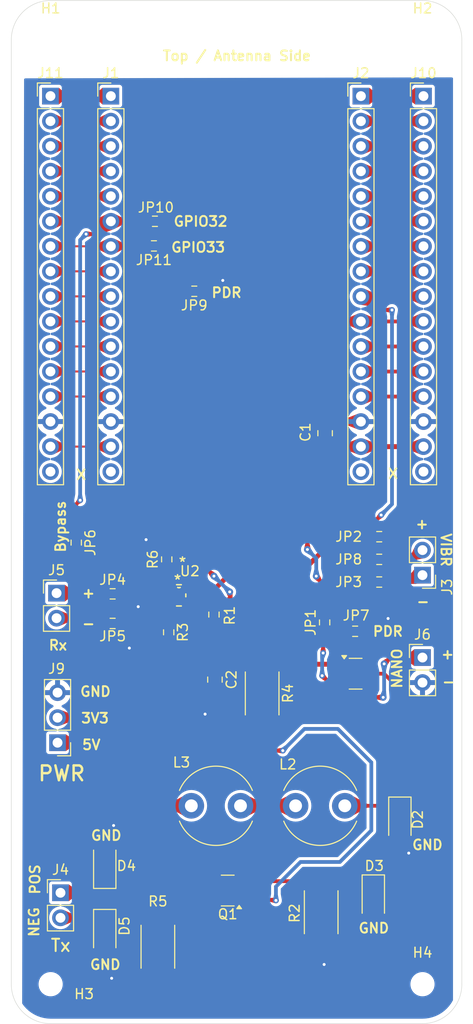
<source format=kicad_pcb>
(kicad_pcb (version 20240108) (generator "pcbnew") (generator_version "8.0")
  (layers (0 "F.Cu" signal) (31 "B.Cu" power) (34 "B.Paste" user) (35 "F.Paste" user) (36 "B.SilkS" user "B.Silkscreen") (37 "F.SilkS" user "F.Silkscreen") (38 "B.Mask" user) (39 "F.Mask" user) (44 "Edge.Cuts" user))
  (net 0 "")
  (net 1 "GND")
  (net 2 "Net-(D2-K)")
  (net 3 "Net-(D3-K)")
  (net 4 "Net-(L2-Pad2)")
  (net 5 "Net-(Q1-C)")
  (net 6 "Pulse")
  (net 7 "/3V3")
  (net 8 "TX_COIL_POS")
  (net 9 "TX_COIL_NEG")
  (net 10 "/D35")
  (net 11 "/D26")
  (net 13 "/D33")
  (net 14 "/VIN")
  (net 15 "/D32")
  (net 16 "/D25")
  (net 17 "/VN")
  (net 18 "/D27")
  (net 19 "/D34")
  (net 20 "/EN")
  (net 21 "/D12")
  (net 22 "/D14")
  (net 23 "/VP")
  (net 24 "/D13")
  (net 25 "/D22")
  (net 27 "/RX0")
  (net 28 "/D5")
  (net 29 "/D15")
  (net 30 "/TX2")
  (net 31 "/D4")
  (net 32 "/D19")
  (net 33 "/D18")
  (net 34 "/RX2")
  (net 35 "/D21")
  (net 36 "/D2")
  (net 37 "/TX0")
  (net 38 "/D23")
  (net 39 "/Vibr_sig")
  (net 40 "/Vibr_gnd")
  (net 41 "/Rx_sig")
  (net 42 "/Rx_gnd")
  (net 45 "/Rx_sig_to_opamp")
  (net 46 "Net-(U2-1IN-)")
  (net 47 "/5V")
  (net 48 "/OP_OUT")
  (footprint "Inductor_THT:L_Radial_D7.8mm_P5.00mm_Fastron_07HCP" (layer "F.Cu") (at 102.3 121.6 180)
    (property "Reference" "L2")
    (property "Value" "5.6mH")
  )
  (footprint "MountingHole:MountingHole_2.2mm_M2" (layer "F.Cu") (at 110.2 43.9)
    (property "Reference" "H2")
    (property "Value" "MountingHole")
  )
  (footprint "Diode_SMD:D_1206_3216Metric" (layer "F.Cu") (at 105.2 130.9 -90)
    (property "Reference" "D3")
    (property "Value" "D" (hide yes))
  )
  (footprint "MountingHole:MountingHole_2.2mm_M2" (layer "F.Cu") (at 110.2 139.7)
    (property "Reference" "H4")
    (property "Value" "MountingHole")
  )
  (footprint "Resistor_SMD:R_0603_1608Metric_Pad0.98x0.95mm_HandSolder" (layer "F.Cu") (at 75 94.9 -90)
    (property "Reference" "JP6")
    (property "Value" "Jumper_2_Bridged")
  )
  (footprint "Resistor_SMD:R_0603_1608Metric_Pad0.98x0.95mm_HandSolder" (layer "F.Cu") (at 84.2 96.6 90)
    (property "Reference" "R6")
    (property "Value" "10k")
  )
  (footprint "Resistor_SMD:R_0603_1608Metric_Pad0.98x0.95mm_HandSolder" (layer "F.Cu") (at 83 62.3 180)
    (property "Reference" "JP10")
    (property "Value" "Jumper_2_Bridged")
  )
  (footprint "MountingHole:MountingHole_2.2mm_M2" (layer "F.Cu") (at 72.4 43.9)
    (property "Reference" "H1")
    (property "Value" "MountingHole")
  )
  (footprint "Capacitor_SMD:C_0805_2012Metric_Pad1.18x1.45mm_HandSolder" (layer "F.Cu") (at 100.3 83.8 -90)
    (property "Reference" "C1")
    (property "Value" "10u")
  )
  (footprint "Resistor_SMD:R_0603_1608Metric_Pad0.98x0.95mm_HandSolder" (layer "F.Cu") (at 103.351979 103.89535 180)
    (property "Reference" "JP7")
    (property "Value" "Jumper_2_Bridged")
  )
  (footprint "Resistor_SMD:R_0603_1608Metric_Pad0.98x0.95mm_HandSolder" (layer "F.Cu") (at 87 69.4 180)
    (property "Reference" "JP9")
    (property "Value" "Jumper_2_Bridged")
  )
  (footprint "Connector_PinHeader_2.54mm:PinHeader_1x16_P2.54mm_Vertical" (layer "F.Cu") (at 110.3 49.6)
    (property "Reference" "J10")
    (property "Value" "Conn_01x16")
  )
  (footprint "Resistor_SMD:R_2512_6332Metric" (layer "F.Cu") (at 83.3 135.9 -90)
    (property "Reference" "R5")
    (property "Value" "5" (hide yes))
  )
  (footprint "Package_TO_SOT_SMD:SOT-23" (layer "F.Cu") (at 103.4 108.2)
    (property "Reference" "Q2" (hide yes))
    (property "Value" "PMOS")
  )
  (footprint "Resistor_SMD:R_0603_1608Metric_Pad0.98x0.95mm_HandSolder" (layer "F.Cu") (at 84.4 104 -90)
    (property "Reference" "R3")
    (property "Value" "1k")
  )
  (footprint "Package_TO_SOT_SMD:SOT-23" (layer "F.Cu") (at 90.4 130.2 180)
    (property "Reference" "Q1")
    (property "Value" "NPN")
  )
  (footprint "Connector_PinHeader_2.54mm:PinHeader_1x16_P2.54mm_Vertical" (layer "F.Cu") (at 78.520577 49.602958)
    (property "Reference" "J1")
    (property "Value" "Conn_01x16_Socket")
  )
  (footprint "Connector_PinHeader_2.54mm:PinHeader_1x03_P2.54mm_Vertical" (layer "F.Cu") (at 73.1 115.2 180)
    (property "Reference" "J9")
    (property "Value" "Conn_01x03")
  )
  (footprint "opamp_5pin:DCK5" (layer "F.Cu") (at 85.4414 100.250001)
    (property "Reference" "U2")
    (property "Value" "LMV321IDCKR")
  )
  (footprint "Diode_SMD:D_1206_3216Metric" (layer "F.Cu") (at 107.9 123 -90)
    (property "Reference" "D2")
    (property "Value" "D" (hide yes))
  )
  (footprint "Diode_SMD:D_1206_3216Metric" (layer "F.Cu") (at 77.9 127.7 90)
    (property "Reference" "D4")
    (property "Value" "D" (hide yes))
  )
  (footprint "Connector_PinHeader_2.54mm:PinHeader_1x02_P2.54mm_Vertical" (layer "F.Cu") (at 73 100.025)
    (property "Reference" "J5")
    (property "Value" "Conn_01x02")
  )
  (footprint "Resistor_SMD:R_0603_1608Metric_Pad0.98x0.95mm_HandSolder" (layer "F.Cu") (at 105.8 96.6)
    (property "Reference" "JP8")
    (property "Value" "Jumper_2_Bridged")
  )
  (footprint "Connector_PinHeader_2.54mm:PinHeader_1x16_P2.54mm_Vertical" (layer "F.Cu") (at 72.38088 49.598597)
    (property "Reference" "J11")
    (property "Value" "Conn_01x16")
  )
  (footprint "Diode_SMD:D_1206_3216Metric" (layer "F.Cu") (at 77.9 134.4 -90)
    (property "Reference" "D5")
    (property "Value" "D" (hide yes))
  )
  (footprint "Resistor_SMD:R_0603_1608Metric_Pad0.98x0.95mm_HandSolder" (layer "F.Cu") (at 100.251979 102.99535 90)
    (property "Reference" "JP1")
    (property "Value" "Jumper_2_Bridged")
  )
  (footprint "MountingHole:MountingHole_2.2mm_M2" (layer "F.Cu") (at 72.4 139.7)
    (property "Reference" "H3")
    (property "Value" "MountingHole")
  )
  (footprint "Resistor_SMD:R_0603_1608Metric_Pad0.98x0.95mm_HandSolder" (layer "F.Cu") (at 105.8 98.9 180)
    (property "Reference" "JP3")
    (property "Value" "Jumper_2_Bridged")
  )
  (footprint "Resistor_SMD:R_0603_1608Metric_Pad0.98x0.95mm_HandSolder" (layer "F.Cu") (at 78.7 100.1)
    (property "Reference" "JP4")
    (property "Value" "Jumper_2_Bridged")
  )
  (footprint "Connector_PinHeader_2.54mm:PinHeader_1x16_P2.54mm_Vertical" (layer "F.Cu") (at 103.939978 49.602958)
    (property "Reference" "J2")
    (property "Value" "Conn_01x16_Socket")
  )
  (footprint "Connector_PinHeader_2.54mm:PinHeader_1x02_P2.54mm_Vertical" (layer "F.Cu") (at 110.2 98.2 180)
    (property "Reference" "J3")
    (property "Value" "Conn_01x02")
  )
  (footprint "Resistor_SMD:R_0603_1608Metric_Pad0.98x0.95mm_HandSolder" (layer "F.Cu") (at 78.7 103.1 180)
    (property "Reference" "JP5")
    (property "Value" "Jumper_2_Bridged")
  )
  (footprint "Inductor_THT:L_Radial_D7.8mm_P5.00mm_Fastron_07HCP" (layer "F.Cu") (at 91.7 121.6 180)
    (property "Reference" "L3")
    (property "Value" "5.6mH")
  )
  (footprint "Resistor_SMD:R_0603_1608Metric_Pad0.98x0.95mm_HandSolder" (layer "F.Cu") (at 89 102.2 -90)
    (property "Reference" "R1")
    (property "Value" "20k")
  )
  (footprint "Resistor_SMD:R_0603_1608Metric_Pad0.98x0.95mm_HandSolder" (layer "F.Cu") (at 82.9 64.8 180)
    (property "Reference" "JP11")
    (property "Value" "Jumper_2_Bridged")
  )
  (footprint "Connector_PinHeader_2.54mm:PinHeader_1x02_P2.54mm_Vertical" (layer "F.Cu") (at 73.4 130.425)
    (property "Reference" "J4")
    (property "Value" "Conn_01x02")
  )
  (footprint "Resistor_SMD:R_2512_6332Metric" (layer "F.Cu") (at 93.9 110.2 -90)
    (property "Reference" "R4")
    (property "Value" "5")
  )
  (footprint "Resistor_SMD:R_2512_6332Metric" (layer "F.Cu") (at 99.9 132.4 -90)
    (property "Reference" "R2")
    (property "Value" "1.6k")
  )
  (footprint "Resistor_SMD:R_0603_1608Metric_Pad0.98x0.95mm_HandSolder" (layer "F.Cu") (at 105.8 94.3 180)
    (property "Reference" "JP2")
    (property "Value" "Jumper_2_Bridged")
  )
  (footprint "Connector_PinHeader_2.54mm:PinHeader_1x02_P2.54mm_Vertical" (layer "F.Cu") (at 110.2 106.56)
    (property "Reference" "J6")
    (property "Value" "Conn_01x02")
  )
  (footprint "Capacitor_SMD:C_0805_2012Metric_Pad1.18x1.45mm_HandSolder" (layer "F.Cu") (at 89.1 108.8 -90)
    (property "Reference" "C2")
    (property "Value" "10u")
  )
  (gr_line (start 68.4 139.7) (end 68.4 43.9) (stroke (width 0.05)) (layer "Edge.Cuts"))
  (gr_arc (start 68.4 43.9) (mid 69.571573 41.071573) (end 72.4 39.9) (stroke (width 0.05)) (layer "Edge.Cuts"))
  (gr_line (start 110.2 143.7) (end 72.4 143.7) (stroke (width 0.05)) (layer "Edge.Cuts"))
  (gr_arc (start 110.2 39.9) (mid 113.028427 41.071573) (end 114.2 43.9) (stroke (width 0.05)) (layer "Edge.Cuts"))
  (gr_line (start 114.2 43.9) (end 114.2 139.7) (stroke (width 0.05)) (layer "Edge.Cuts"))
  (gr_arc (start 72.4 143.7) (mid 69.571573 142.528427) (end 68.4 139.7) (stroke (width 0.05)) (layer "Edge.Cuts"))
  (gr_arc (start 114.2 139.7) (mid 113.028427 142.528427) (end 110.2 143.7) (stroke (width 0.05)) (layer "Edge.Cuts"))
  (gr_line (start 72.4 39.9) (end 110.2 39.9) (stroke (width 0.05)) (layer "Edge.Cuts"))
  (gr_text "GND\n" (at 76.3 138.3 0) (layer "F.SilkS") (effects (font (size 1 1) (thickness 0.2) (bold yes)) (justify left bottom)))
  (gr_text "-\n" (at 75.5 103.7 0) (layer "F.SilkS") (effects (font (size 1 1) (thickness 0.2) (bold yes)) (justify left bottom)))
  (gr_text "Tx" (at 72.3 136.5 0) (layer "F.SilkS") (effects (font (size 1.25 1.25) (thickness 0.2) (bold yes)) (justify left bottom)))
  (gr_text "GPIO33" (at 84.55 65.53 0) (layer "F.SilkS") (effects (font (size 1 1) (thickness 0.2) (bold yes)) (justify left bottom)))
  (gr_text "NEG" (at 71.3 135 90) (layer "F.SilkS") (effects (font (size 1 1) (thickness 0.2) (bold yes)) (justify left bottom)))
  (gr_text "GND\n" (at 103.6 134.6 0) (layer "F.SilkS") (effects (font (size 1 1) (thickness 0.2) (bold yes)) (justify left bottom)))
  (gr_text "-\n" (at 112.1 109.6 0) (layer "F.SilkS") (effects (font (size 1 1) (thickness 0.2) (bold yes)) (justify left bottom)))
  (gr_text "PDR" (at 105.051979 104.49535 0) (layer "F.SilkS") (effects (font (size 1 1) (thickness 0.2) (bold yes)) (justify left bottom)))
  (gr_text "GPIO32" (at 84.8 62.9 0) (layer "F.SilkS") (effects (font (size 1 1) (thickness 0.2) (bold yes)) (justify left bottom)))
  (gr_text "+\n" (at 75.5 100.6 0) (layer "F.SilkS") (effects (font (size 1 1) (thickness 0.2) (bold yes)) (justify left bottom)))
  (gr_text "VIBR" (at 112 93.85 270) (layer "F.SilkS") (effects (font (size 1 1) (thickness 0.2) (bold yes)) (justify left bottom)))
  (gr_text "PDR\n" (at 88.65 70.13 0) (layer "F.SilkS") (effects (font (size 1 1) (thickness 0.2) (bold yes)) (justify left bottom)))
  (gr_text "X" (at 106.6 88.5 0) (layer "F.SilkS") (effects (font (size 1 1) (thickness 0.2) (bold yes)) (justify left bottom)))
  (gr_text "GND\n" (at 109.047487 126.152513 0) (layer "F.SilkS") (effects (font (size 1 1) (thickness 0.2) (bold yes)) (justify left bottom)))
  (gr_text "Bypass\n" (at 74 96 90) (layer "F.SilkS") (effects (font (size 1 1) (thickness 0.2) (bold yes)) (justify left bottom)))
  (gr_text "X" (at 74.9 88.6 0) (layer "F.SilkS") (effects (font (size 1 1) (thickness 0.2) (bold yes)) (justify left bottom)))
  (gr_text "GND\n" (at 75.3 110.6 0) (layer "F.SilkS") (effects (font (size 1 1) (thickness 0.2) (bold yes)) (justify left bottom)))
  (gr_text "Rx" (at 72.1 105.9 0) (layer "F.SilkS") (effects (font (size 1 1) (thickness 0.2) (bold yes)) (justify left bottom)))
  (gr_text "Top / Antenna Side" (at 83.7 46.1 0) (layer "F.SilkS") (effects (font (size 1 1) (thickness 0.2) (bold yes)) (justify left bottom)))
  (gr_text "+" (at 110.9 92.56 180) (layer "F.SilkS") (effects (font (size 1 1) (thickness 0.2) (bold yes)) (justify left bottom)))
  (gr_text "GND\n" (at 76.4 125.2 0) (layer "F.SilkS") (effects (font (size 1 1) (thickness 0.2) (bold yes)) (justify left bottom)))
  (gr_text "-" (at 109.5 101.46 0) (layer "F.SilkS") (effects (font (size 1 1) (thickness 0.2) (bold yes)) (justify left bottom)))
  (gr_text "3V3" (at 75.4 113.3 0) (layer "F.SilkS") (effects (font (size 1 1) (thickness 0.2) (bold yes)) (justify left bottom)))
  (gr_text "+" (at 112 106.8 0) (layer "F.SilkS") (effects (font (size 1 1) (thickness 0.2) (bold yes)) (justify left bottom)))
  (gr_text "5V" (at 75.5 116 0) (layer "F.SilkS") (effects (font (size 1 1) (thickness 0.2) (bold yes)) (justify left bottom)))
  (gr_text "NANO" (at 108.2 109.8 90) (layer "F.SilkS") (effects (font (size 1 1) (thickness 0.2) (bold yes)) (justify left bottom)))
  (gr_text "POS" (at 71.4 130.7 90) (layer "F.SilkS") (effects (font (size 1 1) (thickness 0.2) (bold yes)) (justify left bottom)))
  (gr_text "PWR\n" (at 71 119.2 0) (layer "F.SilkS") (effects (font (size 1.5 1.5) (thickness 0.25) (bold yes)) (justify left bottom)))
  (segment (start 104.8875 96.6) (end 104.8875 98.9) (width 0.5) (layer "F.Cu") (net 1))
  (segment (start 84.4 104.9125) (end 81.425 104.9125) (width 0.5) (layer "F.Cu") (net 1))
  (segment (start 84.4 100.250001) (end 82.449999 100.250001) (width 0.381) (layer "F.Cu") (net 1))
  (segment (start 79.7625 138.8625) (end 78.8375 138.8625) (width 0.5) (layer "F.Cu") (net 1))
  (segment (start 82.449999 100.250001) (end 81.3 101.4) (width 0.381) (layer "F.Cu") (net 1))
  (segment (start 104.8875 98.9) (end 104.8875 100.7875) (width 0.5) (layer "F.Cu") (net 1))
  (segment (start 77.9 135.8) (end 77.9 137) (width 0.5) (layer "F.Cu") (net 1))
  (segment (start 87.9125 69.4) (end 88.8 69.4) (width 0.381) (layer "F.Cu") (net 1))
  (segment (start 107.9 125.5) (end 108.8 126.4) (width 0.5) (layer "F.Cu") (net 1))
  (segment (start 77.9 126.3) (end 77.9 124.5) (width 0.5) (layer "F.Cu") (net 1))
  (segment (start 105.40465 103.89535) (end 106.7 102.6) (width 0.5) (layer "F.Cu") (net 1))
  (segment (start 104.8875 100.7875) (end 106.7 102.6) (width 0.5) (layer "F.Cu") (net 1))
  (segment (start 78.517619 82.62) (end 78.520577 82.622958) (width 0.381) (layer "F.Cu") (net 1))
  (segment (start 80.7375 105.6) (end 80.4 105.6) (width 0.5) (layer "F.Cu") (net 1))
  (segment (start 99.9 137.4) (end 100.2 137.7) (width 0.5) (layer "F.Cu") (net 1))
  (segment (start 104.264479 103.89535) (end 105.40465 103.89535) (width 0.5) (layer "F.Cu") (net 1))
  (segment (start 107.9 124.4) (end 107.9 125.5) (width 0.5) (layer "F.Cu") (net 1))
  (segment (start 79.7625 138.8625) (end 83.3 138.8625) (width 0.5) (layer "F.Cu") (net 1))
  (segment (start 99.9 135.3625) (end 102.1375 135.3625) (width 0.5) (layer "F.Cu") (net 1))
  (segment (start 89.1 109.8375) (end 89.1 111.3) (width 0.5) (layer "F.Cu") (net 1))
  (segment (start 100.439542 82.622958) (end 100.3 82.7625) (width 0.5) (layer "F.Cu") (net 1))
  (segment (start 84.2 95.6875) (end 83.1875 95.6875) (width 0.5) (layer "F.Cu") (net 1))
  (segment (start 78.8375 138.8625) (end 78.6 139.1) (width 0.5) (layer "F.Cu") (net 1))
  (segment (start 81.425 104.9125) (end 79.6125 103.1) (width 0.5) (layer "F.Cu") (net 1))
  (segment (start 102.1375 135.3625) (end 105.2 132.3) (width 0.5) (layer "F.Cu") (net 1))
  (segment (start 88.8 69.4) (end 89.9 68.3) (width 0.381) (layer "F.Cu") (net 1))
  (segment (start 83.1875 95.6875) (end 82.1 94.6) (width 0.5) (layer "F.Cu") (net 1))
  (segment (start 103.939978 82.622958) (end 100.439542 82.622958) (width 0.5) (layer "F.Cu") (net 1))
  (segment (start 89.1 111.3) (end 88.1 112.3) (width 0.5) (layer "F.Cu") (net 1))
  (segment (start 77.9 124.5) (end 78.8 123.6) (width 0.5) (layer "F.Cu") (net 1))
  (segment (start 77.9 137) (end 79.7625 138.8625) (width 0.5) (layer "F.Cu") (net 1))
  (segment (start 81.425 104.9125) (end 80.7375 105.6) (width 0.5) (layer "F.Cu") (net 1))
  (segment (start 99.9 135.3625) (end 99.9 137.4) (width 0.5) (layer "F.Cu") (net 1))
  (via (at 78.6 139.1) (size 0.7) (drill 0.3) (layers "F.Cu" "B.Cu") (net 1))
  (via (at 100.2 137.7) (size 0.7) (drill 0.3) (layers "F.Cu" "B.Cu") (net 1))
  (via (at 82.1 94.6) (size 0.7) (drill 0.3) (layers "F.Cu" "B.Cu") (net 1))
  (via (at 106.7 102.6) (size 0.7) (drill 0.3) (layers "F.Cu" "B.Cu") (net 1))
  (via (at 81.3 101.4) (size 0.7) (drill 0.3) (layers "F.Cu" "B.Cu") (net 1))
  (via (at 89.9 68.3) (size 0.7) (drill 0.3) (layers "F.Cu" "B.Cu") (net 1))
  (via (at 80.4 105.6) (size 0.7) (drill 0.3) (layers "F.Cu" "B.Cu") (net 1))
  (via (at 88.1 112.3) (size 0.7) (drill 0.3) (layers "F.Cu" "B.Cu") (net 1))
  (via (at 108.8 126.4) (size 0.7) (drill 0.3) (layers "F.Cu" "B.Cu") (net 1))
  (via (at 78.8 123.6) (size 0.7) (drill 0.3) (layers "F.Cu" "B.Cu") (net 1))
  (segment (start 107.9 109.8) (end 107.9 121.6) (width 0.381) (layer "F.Cu") (net 2))
  (segment (start 106.3 108.2) (end 107.9 109.8) (width 0.381) (layer "F.Cu") (net 2))
  (segment (start 107.9 121.6) (end 102.3 121.6) (width 0.381) (layer "F.Cu") (net 2))
  (segment (start 104.3375 108.2) (end 106.3 108.2) (width 0.381) (layer "F.Cu") (net 2))
  (segment (start 95.2 129.25) (end 99.7125 129.25) (width 0.381) (layer "F.Cu") (net 3))
  (segment (start 94.7 128.8) (end 94.7 128.1) (width 0.381) (layer "F.Cu") (net 3))
  (segment (start 94.7 128.1) (end 93.5 126.9) (width 0.381) (layer "F.Cu") (net 3))
  (segment (start 94.2 129.25) (end 94.7 129.25) (width 0.381) (layer "F.Cu") (net 3))
  (segment (start 84.8 126.9) (end 83.5 125.6) (width 0.381) (layer "F.Cu") (net 3))
  (segment (start 83.5 125.6) (end 83.5 122.5) (width 0.381) (layer "F.Cu") (net 3))
  (segment (start 91.3375 129.25) (end 94.2 129.25) (width 0.381) (layer "F.Cu") (net 3))
  (segment (start 93.5 126.9) (end 84.8 126.9) (width 0.381) (layer "F.Cu") (net 3))
  (segment (start 94.7 129.25) (end 94.7 128.8) (width 0.381) (layer "F.Cu") (net 3))
  (segment (start 94.7 129.25) (end 95.2 129.25) (width 0.381) (layer "F.Cu") (net 3))
  (segment (start 83.5 122.5) (end 84.4 121.6) (width 0.381) (layer "F.Cu") (net 3))
  (segment (start 94.25 129.25) (end 94.7 128.8) (width 0.381) (layer "F.Cu") (net 3))
  (segment (start 99.9 129.4375) (end 105.1375 129.4375) (width 0.381) (layer "F.Cu") (net 3))
  (segment (start 105.1375 129.4375) (end 105.2 129.5) (width 0.381) (layer "F.Cu") (net 3))
  (segment (start 94.2 129.25) (end 94.25 129.25) (width 0.381) (layer "F.Cu") (net 3))
  (segment (start 95.2 129.25) (end 95.15 129.25) (width 0.381) (layer "F.Cu") (net 3))
  (segment (start 84.4 121.6) (end 86.7 121.6) (width 0.381) (layer "F.Cu") (net 3))
  (segment (start 95.15 129.25) (end 94.7 128.8) (width 0.381) (layer "F.Cu") (net 3))
  (segment (start 99.7125 129.25) (end 99.9 129.4375) (width 0.381) (layer "F.Cu") (net 3))
  (segment (start 91.7 121.6) (end 97.3 121.6) (width 0.5) (layer "F.Cu") (net 4))
  (segment (start 95.25 131.15) (end 91.3375 131.15) (width 0.381) (layer "F.Cu") (net 5))
  (segment (start 93.9 114.9) (end 95 116) (width 0.381) (layer "F.Cu") (net 5))
  (segment (start 93.9 114.9) (end 93.9 113.1625) (width 0.381) (layer "F.Cu") (net 5))
  (segment (start 95.3 131.2) (end 95.25 131.15) (width 0.381) (layer "F.Cu") (net 5))
  (segment (start 95 116) (end 96 116) (width 0.381) (layer "F.Cu") (net 5))
  (via (at 96 116) (size 0.6) (drill 0.3) (layers "F.Cu" "B.Cu") (net 5))
  (via (at 95.3 131.2) (size 0.6) (drill 0.3) (layers "F.Cu" "B.Cu") (net 5))
  (segment (start 105 117.2) (end 101.6 113.8) (width 0.381) (layer "B.Cu") (net 5))
  (segment (start 101.6 113.8) (end 98.2 113.8) (width 0.381) (layer "B.Cu") (net 5))
  (segment (start 101.8 127.3) (end 97.8 127.3) (width 0.381) (layer "B.Cu") (net 5))
  (segment (start 95.3 129.8) (end 95.3 131.2) (width 0.381) (layer "B.Cu") (net 5))
  (segment (start 105 117.2) (end 105 124.1) (width 0.381) (layer "B.Cu") (net 5))
  (segment (start 105 124.1) (end 101.8 127.3) (width 0.381) (layer "B.Cu") (net 5))
  (segment (start 97.8 127.3) (end 95.3 129.8) (width 0.381) (layer "B.Cu") (net 5))
  (segment (start 98.2 113.8) (end 96 116) (width 0.381) (layer "B.Cu") (net 5))
  (segment (start 102.4625 109.15) (end 101.3 109.15) (width 0.381) (layer "F.Cu") (net 6))
  (segment (start 110.2 106.6) (end 106.9 106.6) (width 0.381) (layer "F.Cu") (net 6))
  (segment (start 110.2 106.56) (end 110.2 106.6) (width 0.381) (layer "F.Cu") (net 6))
  (segment (start 100.251979 103.90785) (end 102.426979 103.90785) (width 0.381) (layer "F.Cu") (net 6))
  (segment (start 102.426979 103.90785) (end 102.439479 103.89535) (width 0.381) (layer "F.Cu") (net 6))
  (segment (start 100.9 109.55) (end 100.9 109.3) (width 0.381) (layer "F.Cu") (net 6))
  (segment (start 100.9 110.4) (end 100.9 109.55) (width 0.381) (layer "F.Cu") (net 6))
  (segment (start 100.1 106.1) (end 100.1 104.059829) (width 0.381) (layer "F.Cu") (net 6))
  (segment (start 101.3 109.15) (end 100.75 109.15) (width 0.381) (layer "F.Cu") (net 6))
  (segment (start 101.1 110.6) (end 100.9 110.4) (width 0.381) (layer "F.Cu") (net 6))
  (segment (start 106.9 106.6) (end 106.3 107.2) (width 0.381) (layer "F.Cu") (net 6))
  (segment (start 106.2 110.6) (end 101.1 110.6) (width 0.381) (layer "F.Cu") (net 6))
  (segment (start 100.9 109.55) (end 101.3 109.15) (width 0.381) (layer "F.Cu") (net 6))
  (segment (start 100.75 109.15) (end 100 108.4) (width 0.381) (layer "F.Cu") (net 6))
  (segment (start 100.9 109.3) (end 100.75 109.15) (width 0.381) (layer "F.Cu") (net 6))
  (segment (start 100.1 104.059829) (end 100.251979 103.90785) (width 0.381) (layer "F.Cu") (net 6))
  (via (at 106.2 110.6) (size 0.7) (drill 0.3) (layers "F.Cu" "B.Cu") (net 6))
  (via (at 106.3 107.2) (size 0.7) (drill 0.3) (layers "F.Cu" "B.Cu") (net 6))
  (via (at 100.1 106.1) (size 0.6) (drill 0.3) (layers "F.Cu" "B.Cu") (net 6))
  (via (at 100 108.4) (size 0.6) (drill 0.3) (layers "F.Cu" "B.Cu") (net 6))
  (segment (start 106.3 110.5) (end 106.2 110.6) (width 0.381) (layer "B.Cu") (net 6))
  (segment (start 100 106.2) (end 100.1 106.1) (width 0.381) (layer "B.Cu") (net 6))
  (segment (start 100 108.4) (end 100 106.2) (width 0.381) (layer "B.Cu") (net 6))
  (segment (start 106.3 107.2) (end 106.3 110.5) (width 0.381) (layer "B.Cu") (net 6))
  (segment (start 103.939978 85.162958) (end 100.625458 85.162958) (width 0.5) (layer "F.Cu") (net 7))
  (segment (start 103.939978 85.162958) (end 110.297042 85.162958) (width 0.5) (layer "F.Cu") (net 7))
  (segment (start 95.85 99.95) (end 95.75 100.05) (width 0.5) (layer "F.Cu") (net 7))
  (segment (start 88.699998 99.600002) (end 86.4828 99.600002) (width 0.5) (layer "F.Cu") (net 7))
  (segment (start 90 105.8) (end 86.7 105.8) (width 0.5) (layer "F.Cu") (net 7))
  (segment (start 95.85 99.95) (end 95.45 100.35) (width 0.5) (layer "F.Cu") (net 7))
  (segment (start 90.3 98.4) (end 89.1 99.6) (width 0.5) (layer "F.Cu") (net 7))
  (segment (start 89.1 99.6) (end 88.7 99.6) (width 0.5) (layer "F.Cu") (net 7))
  (segment (start 88.7 99.6) (end 88.699998 99.600002) (width 0.5) (layer "F.Cu") (net 7))
  (segment (start 78.64 112.66) (end 73.1 112.66) (width 0.5) (layer "F.Cu") (net 7))
  (segment (start 95.15 100.05) (end 95.05 99.95) (width 0.5) (layer "F.Cu") (net 7))
  (segment (start 100.3 84.8375) (end 100.3 95.5) (width 0.5) (layer "F.Cu") (net 7))
  (segment (start 100.625458 85.162958) (end 100.3 84.8375) (width 0.5) (layer "F.Cu") (net 7))
  (segment (start 84.8 106.5) (end 78.64 112.66) (width 0.5) (layer "F.Cu") (net 7))
  (segment (start 100.3 95.5) (end 95.85 99.95) (width 0.5) (layer "F.Cu") (net 7))
  (segment (start 86 106.5) (end 84.8 106.5) (width 0.5) (layer "F.Cu") (net 7))
  (segment (start 95 100.8) (end 90 105.8) (width 0.5) (layer "F.Cu") (net 7))
  (segment (start 95.15 100.65) (end 95.15 100.05) (width 0.5) (layer "F.Cu") (net 7))
  (segment (start 95.75 100.05) (end 95.15 100.05) (width 0.5) (layer "F.Cu") (net 7))
  (segment (start 93.5 98.4) (end 90.3 98.4) (width 0.5) (layer "F.Cu") (net 7))
  (segment (start 95.05 99.95) (end 93.5 98.4) (width 0.5) (layer "F.Cu") (net 7))
  (segment (start 86.7 105.8) (end 86 106.5) (width 0.5) (layer "F.Cu") (net 7))
  (segment (start 95 100.8) (end 95.15 100.65) (width 0.5) (layer "F.Cu") (net 7))
  (segment (start 110.297042 85.162958) (end 110.3 85.16) (width 0.5) (layer "F.Cu") (net 7))
  (segment (start 95.45 100.35) (end 95.05 99.95) (width 0.5) (layer "F.Cu") (net 7))
  (segment (start 95.45 100.35) (end 95 100.8) (width 0.5) (layer "F.Cu") (net 7))
  (segment (start 76.575 130.425) (end 77.9 129.1) (width 0.381) (layer "F.Cu") (net 8))
  (segment (start 77.9 129.1) (end 85.4 129.1) (width 0.381) (layer "F.Cu") (net 8))
  (segment (start 85.4 129.1) (end 86.5 130.2) (width 0.381) (layer "F.Cu") (net 8))
  (segment (start 86.5 130.2) (end 89.4625 130.2) (width 0.381) (layer "F.Cu") (net 8))
  (segment (start 73.4 130.425) (end 76.575 130.425) (width 0.381) (layer "F.Cu") (net 8))
  (segment (start 77.865 132.965) (end 77.9 133) (width 0.381) (layer "F.Cu") (net 9))
  (segment (start 73.4 132.965) (end 77.865 132.965) (width 0.381) (layer "F.Cu") (net 9))
  (segment (start 77.9 133) (end 83.2375 133) (width 0.381) (layer "F.Cu") (net 9))
  (segment (start 83.2375 133) (end 83.3 132.9375) (width 0.381) (layer "F.Cu") (net 9))
  (segment (start 78.516216 59.758597) (end 78.520577 59.762958) (width 0.2) (layer "F.Cu") (net 10))
  (segment (start 72.38088 59.758597) (end 78.516216 59.758597) (width 0.2) (layer "F.Cu") (net 10))
  (segment (start 78.517619 59.76) (end 78.520577 59.762958) (width 0.381) (layer "F.Cu") (net 10))
  (segment (start 78.517619 69.92) (end 78.520577 69.922958) (width 0.381) (layer "F.Cu") (net 11))
  (segment (start 78.516216 69.918597) (end 78.520577 69.922958) (width 0.2) (layer "F.Cu") (net 11))
  (segment (start 72.38088 69.918597) (end 78.516216 69.918597) (width 0.2) (layer "F.Cu") (net 11))
  (segment (start 81.944542 64.842958) (end 81.9875 64.8) (width 0.381) (layer "F.Cu") (net 13))
  (segment (start 78.757042 64.842958) (end 78.8 64.8) (width 0.2) (layer "F.Cu") (net 13))
  (segment (start 78.517619 64.84) (end 78.520577 64.842958) (width 0.381) (layer "F.Cu") (net 13))
  (segment (start 72.38088 64.838597) (end 78.516216 64.838597) (width 0.2) (layer "F.Cu") (net 13))
  (segment (start 78.516216 64.838597) (end 78.520577 64.842958) (width 0.2) (layer "F.Cu") (net 13))
  (segment (start 78.520577 64.842958) (end 78.757042 64.842958) (width 0.2) (layer "F.Cu") (net 13))
  (segment (start 78.8 64.8) (end 81.9875 64.8) (width 0.2) (layer "F.Cu") (net 13))
  (segment (start 72.38088 85.158597) (end 78.516216 85.158597) (width 0.2) (layer "F.Cu") (net 14))
  (segment (start 78.517619 85.16) (end 78.520577 85.162958) (width 0.381) (layer "F.Cu") (net 14))
  (segment (start 78.516216 85.158597) (end 78.520577 85.162958) (width 0.2) (layer "F.Cu") (net 14))
  (segment (start 78.8 62.3) (end 82.0875 62.3) (width 0.2) (layer "F.Cu") (net 15))
  (segment (start 75 93.9875) (end 75 91) (width 0.381) (layer "F.Cu") (net 15))
  (segment (start 78.520577 62.302958) (end 78.797042 62.302958) (width 0.2) (layer "F.Cu") (net 15))
  (segment (start 82.084542 62.302958) (end 82.0875 62.3) (width 0.381) (layer "F.Cu") (net 15))
  (segment (start 78.797042 62.302958) (end 78.8 62.3) (width 0.2) (layer "F.Cu") (net 15))
  (segment (start 78.517619 62.3) (end 78.520577 62.302958) (width 0.381) (layer "F.Cu") (net 15))
  (segment (start 77.223535 63.6) (end 78.520577 62.302958) (width 0.381) (layer "F.Cu") (net 15))
  (segment (start 76 63.6) (end 77.223535 63.6) (width 0.381) (layer "F.Cu") (net 15))
  (segment (start 75 91) (end 75.4 90.6) (width 0.381) (layer "F.Cu") (net 15))
  (segment (start 78.516216 62.298597) (end 78.520577 62.302958) (width 0.2) (layer "F.Cu") (net 15))
  (segment (start 72.38088 62.298597) (end 78.516216 62.298597) (width 0.2) (layer "F.Cu") (net 15))
  (via (at 75.4 90.6) (size 0.6) (drill 0.3) (layers "F.Cu" "B.Cu") (net 15))
  (via (at 76 63.6) (size 0.6) (drill 0.3) (layers "F.Cu" "B.Cu") (net 15))
  (segment (start 75.4 64.2) (end 76 63.6) (width 0.381) (layer "B.Cu") (net 15))
  (segment (start 75.4 90.6) (end 75.4 64.2) (width 0.381) (layer "B.Cu") (net 15))
  (segment (start 78.516216 67.378597) (end 78.520577 67.382958) (width 0.2) (layer "F.Cu") (net 16))
  (segment (start 78.517619 67.38) (end 78.520577 67.382958) (width 0.381) (layer "F.Cu") (net 16))
  (segment (start 72.38088 67.378597) (end 78.516216 67.378597) (width 0.2) (layer "F.Cu") (net 16))
  (segment (start 78.516216 54.678597) (end 78.520577 54.682958) (width 0.2) (layer "F.Cu") (net 17))
  (segment (start 78.517619 54.68) (end 78.520577 54.682958) (width 0.381) (layer "F.Cu") (net 17))
  (segment (start 72.38088 54.678597) (end 78.516216 54.678597) (width 0.2) (layer "F.Cu") (net 17))
  (segment (start 78.517619 72.46) (end 78.520577 72.462958) (width 0.381) (layer "F.Cu") (net 18))
  (segment (start 72.38088 72.458597) (end 78.516216 72.458597) (width 0.2) (layer "F.Cu") (net 18))
  (segment (start 78.516216 72.458597) (end 78.520577 72.462958) (width 0.2) (layer "F.Cu") (net 18))
  (segment (start 78.516216 57.218597) (end 78.520577 57.222958) (width 0.2) (layer "F.Cu") (net 19))
  (segment (start 78.517619 57.22) (end 78.520577 57.222958) (width 0.381) (layer "F.Cu") (net 19))
  (segment (start 72.38088 57.218597) (end 78.516216 57.218597) (width 0.2) (layer "F.Cu") (net 19))
  (segment (start 78.516216 49.598597) (end 78.520577 49.602958) (width 0.2) (layer "F.Cu") (net 20))
  (segment (start 78.517619 49.6) (end 78.520577 49.602958) (width 0.381) (layer "F.Cu") (net 20))
  (segment (start 72.38088 49.598597) (end 78.516216 49.598597) (width 0.2) (layer "F.Cu") (net 20))
  (segment (start 78.516216 77.538597) (end 78.520577 77.542958) (width 0.2) (layer "F.Cu") (net 21))
  (segment (start 72.38088 77.538597) (end 78.516216 77.538597) (width 0.2) (layer "F.Cu") (net 21))
  (segment (start 78.517619 77.54) (end 78.520577 77.542958) (width 0.381) (layer "F.Cu") (net 21))
  (segment (start 78.517619 75) (end 78.520577 75.002958) (width 0.381) (layer "F.Cu") (net 22))
  (segment (start 72.38088 74.998597) (end 78.516216 74.998597) (width 0.2) (layer "F.Cu") (net 22))
  (segment (start 78.516216 74.998597) (end 78.520577 75.002958) (width 0.2) (layer "F.Cu") (net 22))
  (segment (start 78.516216 52.138597) (end 78.520577 52.142958) (width 0.2) (layer "F.Cu") (net 23))
  (segment (start 72.38088 52.138597) (end 78.516216 52.138597) (width 0.2) (layer "F.Cu") (net 23))
  (segment (start 78.517619 52.14) (end 78.520577 52.142958) (width 0.381) (layer "F.Cu") (net 23))
  (segment (start 72.38088 80.078597) (end 78.516216 80.078597) (width 0.2) (layer "F.Cu") (net 24))
  (segment (start 78.517619 80.08) (end 78.520577 80.082958) (width 0.381) (layer "F.Cu") (net 24))
  (segment (start 78.516216 80.078597) (end 78.520577 80.082958) (width 0.2) (layer "F.Cu") (net 24))
  (segment (start 103.939978 52.142958) (end 110.297042 52.142958) (width 0.381) (layer "F.Cu") (net 25))
  (segment (start 110.297042 52.142958) (end 110.3 52.14) (width 0.381) (layer "F.Cu") (net 25))
  (segment (start 103.939978 57.222958) (end 110.297042 57.222958) (width 0.381) (layer "F.Cu") (net 27))
  (segment (start 110.297042 57.222958) (end 110.3 57.22) (width 0.381) (layer "F.Cu") (net 27))
  (segment (start 110.297042 67.382958) (end 110.3 67.38) (width 0.381) (layer "F.Cu") (net 28))
  (segment (start 103.939978 67.382958) (end 110.297042 67.382958) (width 0.381) (layer "F.Cu") (net 28))
  (segment (start 110.297042 80.082958) (end 110.3 80.08) (width 0.381) (layer "F.Cu") (net 29))
  (segment (start 103.939978 80.082958) (end 110.297042 80.082958) (width 0.381) (layer "F.Cu") (net 29))
  (segment (start 104.8875 94.3) (end 104.8875 93.2125) (width 0.381) (layer "F.Cu") (net 30))
  (segment (start 104.8875 93.2125) (end 106 92.1) (width 0.381) (layer "F.Cu") (net 30))
  (segment (start 105.7 70.8) (end 104.81702 70.8) (width 0.381) (layer "F.Cu") (net 30))
  (segment (start 106.2 71.3) (end 105.7 70.8) (width 0.381) (layer "F.Cu") (net 30))
  (segment (start 107.1 71.3) (end 106.2 71.3) (width 0.381) (layer "F.Cu") (net 30))
  (segment (start 103.939978 69.922958) (end 110.297042 69.922958) (width 0.381) (layer "F.Cu") (net 30))
  (segment (start 110.297042 69.922958) (end 110.3 69.92) (width 0.381) (layer "F.Cu") (net 30))
  (segment (start 104.81702 70.8) (end 103.939978 69.922958) (width 0.381) (layer "F.Cu") (net 30))
  (via (at 106 92.1) (size 0.6) (drill 0.3) (layers "F.Cu" "B.Cu") (net 30))
  (via (at 107.1 71.3) (size 0.6) (drill 0.3) (layers "F.Cu" "B.Cu") (net 30))
  (segment (start 107.1 91) (end 107.1 71.3) (width 0.381) (layer "B.Cu") (net 30))
  (segment (start 106 92.1) (end 107.1 91) (width 0.381) (layer "B.Cu") (net 30))
  (segment (start 110.297042 75.002958) (end 110.3 75) (width 0.381) (layer "F.Cu") (net 31))
  (segment (start 103.939978 75.002958) (end 110.297042 75.002958) (width 0.381) (layer "F.Cu") (net 31))
  (segment (start 103.939978 62.302958) (end 110.297042 62.302958) (width 0.381) (layer "F.Cu") (net 32))
  (segment (start 110.297042 62.302958) (end 110.3 62.3) (width 0.381) (layer "F.Cu") (net 32))
  (segment (start 103.939978 64.842958) (end 110.297042 64.842958) (width 0.381) (layer "F.Cu") (net 33))
  (segment (start 110.297042 64.842958) (end 110.3 64.84) (width 0.381) (layer "F.Cu") (net 33))
  (segment (start 98.5 95.6) (end 98.5 76) (width 0.381) (layer "F.Cu") (net 34))
  (segment (start 99.4 98.4) (end 99.4 98.3) (width 0.381) (layer "F.Cu") (net 34))
  (segment (start 98.5 76) (end 102.037042 72.462958) (width 0.381) (layer "F.Cu") (net 34))
  (segment (start 110.297042 72.462958) (end 110.3 72.46) (width 0.381) (layer "F.Cu") (net 34))
  (segment (start 100.251979 102.08285) (end 100.251979 99.251979) (width 0.381) (layer "F.Cu") (net 34))
  (segment (start 100.251979 99.251979) (end 99.4 98.4) (width 0.381) (layer "F.Cu") (net 34))
  (segment (start 103.939978 72.462958) (end 110.297042 72.462958) (width 0.381) (layer "F.Cu") (net 34))
  (segment (start 102.037042 72.462958) (end 103.939978 72.462958) (width 0.381) (layer "F.Cu") (net 34))
  (via (at 98.5 95.6) (size 0.7) (drill 0.3) (layers "F.Cu" "B.Cu") (net 34))
  (via (at 99.4 98.3) (size 0.7) (drill 0.3) (layers "F.Cu" "B.Cu") (net 34))
  (segment (start 99.4 96.5) (end 98.5 95.6) (width 0.381) (layer "B.Cu") (net 34))
  (segment (start 99.4 98.3) (end 99.4 96.5) (width 0.381) (layer "B.Cu") (net 34))
  (segment (start 103.939978 59.762958) (end 110.297042 59.762958) (width 0.381) (layer "F.Cu") (net 35))
  (segment (start 110.297042 59.762958) (end 110.3 59.76) (width 0.381) (layer "F.Cu") (net 35))
  (segment (start 110.297042 77.542958) (end 110.3 77.54) (width 0.381) (layer "F.Cu") (net 36))
  (segment (start 103.939978 77.542958) (end 110.297042 77.542958) (width 0.381) (layer "F.Cu") (net 36))
  (segment (start 110.297042 54.682958) (end 110.3 54.68) (width 0.381) (layer "F.Cu") (net 37))
  (segment (start 103.939978 54.682958) (end 110.297042 54.682958) (width 0.381) (layer "F.Cu") (net 37))
  (segment (start 103.939978 49.602958) (end 110.297042 49.602958) (width 0.381) (layer "F.Cu") (net 38))
  (segment (start 110.297042 49.602958) (end 110.3 49.6) (width 0.381) (layer "F.Cu") (net 38))
  (segment (start 106.7125 96.6) (end 109.26 96.6) (width 0.381) (layer "F.Cu") (net 39))
  (segment (start 106.7125 96.6) (end 106.7125 94.3) (width 0.381) (layer "F.Cu") (net 39))
  (segment (start 109.26 96.6) (end 110.2 95.66) (width 0.381) (layer "F.Cu") (net 39))
  (segment (start 106.7125 98.9) (end 109.5 98.9) (width 0.381) (layer "F.Cu") (net 40))
  (segment (start 109.5 98.9) (end 110.2 98.2) (width 0.381) (layer "F.Cu") (net 40))
  (segment (start 77.7125 100.025) (end 77.7875 100.1) (width 0.381) (layer "F.Cu") (net 41))
  (segment (start 73 100.025) (end 77.7125 100.025) (width 0.381) (layer "F.Cu") (net 41))
  (segment (start 73 102.565) (end 77.2525 102.565) (width 0.381) (layer "F.Cu") (net 42))
  (segment (start 77.2525 102.565) (end 77.7875 103.1) (width 0.381) (layer "F.Cu") (net 42))
  (segment (start 81.799998 99.600002) (end 81.799998 98.200002) (width 0.381) (layer "F.Cu") (net 45))
  (segment (start 79.6125 98.7125) (end 76.7125 95.8125) (width 0.381) (layer "F.Cu") (net 45))
  (segment (start 76.7125 95.8125) (end 75 95.8125) (width 0.381) (layer "F.Cu") (net 45))
  (segment (start 81.799998 98.200002) (end 82.3 97.7) (width 0.381) (layer "F.Cu") (net 45))
  (segment (start 79.6125 100.1) (end 79.6125 98.7125) (width 0.381) (layer "F.Cu") (net 45))
  (segment (start 82.3 97.7) (end 82.6 97.7) (width 0.381) (layer "F.Cu") (net 45))
  (segment (start 81.799998 99.600002) (end 81.3 100.1) (width 0.381) (layer "F.Cu") (net 45))
  (segment (start 82.6 97.7) (end 82.7875 97.5125) (width 0.381) (layer "F.Cu") (net 45))
  (segment (start 84.4 99.600002) (end 81.799998 99.600002) (width 0.381) (layer "F.Cu") (net 45))
  (segment (start 82.7875 97.5125) (end 84.2 97.5125) (width 0.381) (layer "F.Cu") (net 45))
  (segment (start 81.3 100.1) (end 79.6125 100.1) (width 0.381) (layer "F.Cu") (net 45))
  (segment (start 88.9875 103.0875) (end 84.4 103.0875) (width 0.381) (layer "F.Cu") (net 46))
  (segment (start 84.4 100.9) (end 83.1 100.9) (width 0.381) (layer "F.Cu") (net 46))
  (segment (start 82.5 102.6) (end 82.9875 103.0875) (width 0.381) (layer "F.Cu") (net 46))
  (segment (start 83.1 100.9) (end 82.5 101.5) (width 0.381) (layer "F.Cu") (net 46))
  (segment (start 82.5 101.5) (end 82.5 102.6) (width 0.381) (layer "F.Cu") (net 46))
  (segment (start 82.9875 103.0875) (end 84.4 103.0875) (width 0.381) (layer "F.Cu") (net 46))
  (segment (start 89 103.1) (end 88.9875 103.0875) (width 0.381) (layer "F.Cu") (net 46))
  (segment (start 89 103.1125) (end 89 103.1) (width 0.381) (layer "F.Cu") (net 46))
  (segment (start 86.2375 107.7625) (end 89.1 107.7625) (width 0.5) (layer "F.Cu") (net 47))
  (segment (start 81.2 115.2) (end 84.7 111.7) (width 0.5) (layer "F.Cu") (net 47))
  (segment (start 102.45 107.2375) (end 102.4625 107.25) (width 0.381) (layer "F.Cu") (net 47))
  (segment (start 89.1 107.7625) (end 90.4375 107.7625) (width 0.5) (layer "F.Cu") (net 47))
  (segment (start 84.7 109.3) (end 86.2375 107.7625) (width 0.5) (layer "F.Cu") (net 47))
  (segment (start 73.1 115.2) (end 81.2 115.2) (width 0.5) (layer "F.Cu") (net 47))
  (segment (start 84.7 111.7) (end 84.7 109.3) (width 0.5) (layer "F.Cu") (net 47))
  (segment (start 90.9625 107.2375) (end 93.9 107.2375) (width 0.5) (layer "F.Cu") (net 47))
  (segment (start 90.4375 107.7625) (end 90.9625 107.2375) (width 0.5) (layer "F.Cu") (net 47))
  (segment (start 93.9 107.2375) (end 102.45 107.2375) (width 0.5) (layer "F.Cu") (net 47))
  (segment (start 84.3 73.1) (end 86.0875 71.3125) (width 0.381) (layer "F.Cu") (net 48))
  (segment (start 87.2 100.9) (end 87.5875 101.2875) (width 0.381) (layer "F.Cu") (net 48))
  (segment (start 90.7 100.4) (end 90.7 100) (width 0.381) (layer "F.Cu") (net 48))
  (segment (start 90.7 100) (end 90.6 99.9) (width 0.381) (layer "F.Cu") (net 48))
  (segment (start 89.8125 101.2875) (end 90.7 100.4) (width 0.381) (layer "F.Cu") (net 48))
  (segment (start 83.9125 62.3) (end 83.9125 64.7) (width 0.381) (layer "F.Cu") (net 48))
  (segment (start 83.8125 67.125) (end 86.0875 69.4) (width 0.381) (layer "F.Cu") (net 48))
  (segment (start 84.3 93.6) (end 84.3 73.1) (width 0.381) (layer "F.Cu") (net 48))
  (segment (start 83.8125 64.8) (end 83.8125 67.125) (width 0.381) (layer "F.Cu") (net 48))
  (segment (start 83.9125 64.7) (end 83.8125 64.8) (width 0.381) (layer "F.Cu") (net 48))
  (segment (start 86.4828 100.9) (end 87.2 100.9) (width 0.381) (layer "F.Cu") (net 48))
  (segment (start 86.0875 71.3125) (end 86.0875 69.4) (width 0.381) (layer "F.Cu") (net 48))
  (segment (start 87.5875 101.2875) (end 89 101.2875) (width 0.381) (layer "F.Cu") (net 48))
  (segment (start 89 101.2875) (end 89.8125 101.2875) (width 0.381) (layer "F.Cu") (net 48))
  (segment (start 89 98.3) (end 84.3 93.6) (width 0.381) (layer "F.Cu") (net 48))
  (via (at 90.6 99.9) (size 0.7) (drill 0.3) (layers "F.Cu" "B.Cu") (net 48))
  (via (at 89 98.3) (size 0.7) (drill 0.3) (layers "F.Cu" "B.Cu") (net 48))
  (segment (start 90.6 99.9) (end 89 98.3) (width 0.381) (layer "B.Cu") (net 48))
  (zone (net 1) (net_name "GND") (layer "B.Cu") (connect_pads (clearance 0.3)) (min_thickness 0.25) (fill yes (thermal_gap 0.5) (thermal_bridge_width 0.5))
    (polygon (pts (xy 69.7 47.8) (xy 69.5 143.7) (xy 113.3 143.6) (xy 113.3 47.7)))
  )
)
</source>
